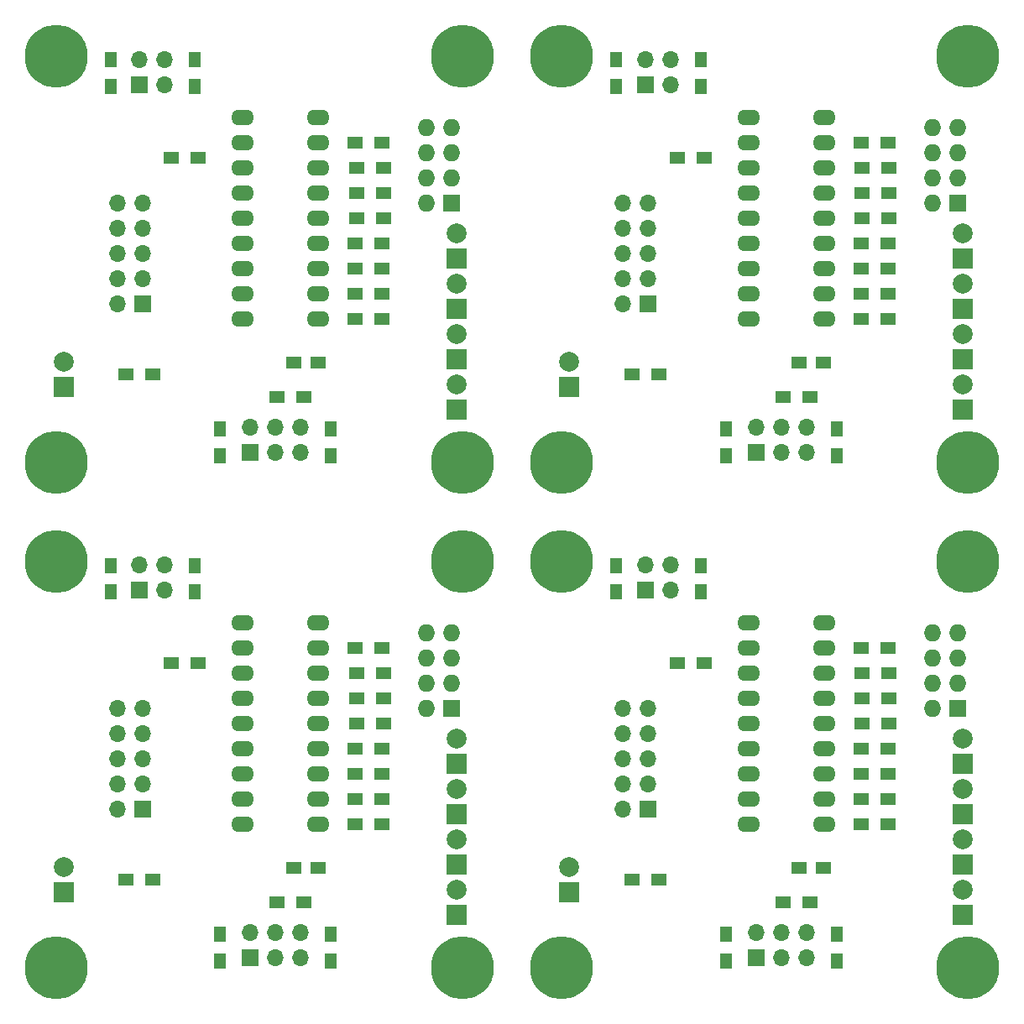
<source format=gts>
%MOIN*%
%OFA0B0*%
%FSLAX46Y46*%
%IPPOS*%
%LPD*%
%ADD10R,0.051181102362204731X0.059055118110236227*%
%ADD11R,0.059055118110236227X0.051181102362204731*%
%ADD12O,0.0905511811023622X0.062992125984251982*%
%ADD13R,0.059055118110236227X0.049212598425196853*%
%ADD14R,0.068X0.068*%
%ADD15O,0.068X0.068*%
%ADD16R,0.07874015748031496X0.07874015748031496*%
%ADD17C,0.07874015748031496*%
%ADD18C,0.25*%
%ADD19R,0.066929133858267723X0.066929133858267723*%
%ADD20O,0.066929133858267723X0.066929133858267723*%
%ADD31R,0.051181102362204731X0.059055118110236227*%
%ADD32R,0.059055118110236227X0.051181102362204731*%
%ADD33O,0.0905511811023622X0.062992125984251982*%
%ADD34R,0.059055118110236227X0.049212598425196853*%
%ADD35R,0.068X0.068*%
%ADD36O,0.068X0.068*%
%ADD37R,0.07874015748031496X0.07874015748031496*%
%ADD38C,0.07874015748031496*%
%ADD39C,0.25*%
%ADD40R,0.066929133858267723X0.066929133858267723*%
%ADD41O,0.066929133858267723X0.066929133858267723*%
%ADD42R,0.051181102362204731X0.059055118110236227*%
%ADD43R,0.059055118110236227X0.051181102362204731*%
%ADD44O,0.0905511811023622X0.062992125984251982*%
%ADD45R,0.059055118110236227X0.049212598425196853*%
%ADD46R,0.068X0.068*%
%ADD47O,0.068X0.068*%
%ADD48R,0.07874015748031496X0.07874015748031496*%
%ADD49C,0.07874015748031496*%
%ADD50C,0.25*%
%ADD51R,0.066929133858267723X0.066929133858267723*%
%ADD52O,0.066929133858267723X0.066929133858267723*%
%ADD53R,0.051181102362204731X0.059055118110236227*%
%ADD54R,0.059055118110236227X0.051181102362204731*%
%ADD55O,0.0905511811023622X0.062992125984251982*%
%ADD56R,0.059055118110236227X0.049212598425196853*%
%ADD57R,0.068X0.068*%
%ADD58O,0.068X0.068*%
%ADD59R,0.07874015748031496X0.07874015748031496*%
%ADD60C,0.07874015748031496*%
%ADD61C,0.25*%
%ADD62R,0.066929133858267723X0.066929133858267723*%
%ADD63O,0.066929133858267723X0.066929133858267723*%
G01*
D10*
X0000000000Y0001929133D02*
X0000810000Y0000185984D03*
X0000810000Y0000292283D03*
D11*
X0001143149Y0000419133D03*
X0001036850Y0000419133D03*
D10*
X0001250000Y0000185984D03*
X0001250000Y0000292283D03*
X0000375000Y0001650984D03*
X0000375000Y0001757283D03*
X0000710000Y0001650984D03*
X0000710000Y0001757283D03*
D11*
X0000436850Y0000509133D03*
X0000543149Y0000509133D03*
X0001346850Y0001429133D03*
X0001453149Y0001429133D03*
X0001351850Y0001329133D03*
X0001458149Y0001329133D03*
X0001351850Y0001229133D03*
X0001458149Y0001229133D03*
X0001351850Y0001129133D03*
X0001458149Y0001129133D03*
X0001453149Y0001029133D03*
X0001346850Y0001029133D03*
X0001453149Y0000929133D03*
X0001346850Y0000929133D03*
X0001453149Y0000829133D03*
X0001346850Y0000829133D03*
X0001453149Y0000729133D03*
X0001346850Y0000729133D03*
D12*
X0000900000Y0001529133D03*
X0000900000Y0001429133D03*
X0000900000Y0001329133D03*
X0000900000Y0001229133D03*
X0000900000Y0001129133D03*
X0000900000Y0001029133D03*
X0000900000Y0000929133D03*
X0000900000Y0000829133D03*
X0000900000Y0000729133D03*
X0001200000Y0000729133D03*
X0001200000Y0000829133D03*
X0001200000Y0000929133D03*
X0001200000Y0001029133D03*
X0001200000Y0001129133D03*
X0001200000Y0001229133D03*
X0001200000Y0001329133D03*
X0001200000Y0001429133D03*
X0001200000Y0001529133D03*
D11*
X0000616850Y0001369133D03*
X0000723149Y0001369133D03*
D13*
X0001100787Y0000554133D03*
X0001199212Y0000554133D03*
D14*
X0001730000Y0001189133D03*
D15*
X0001630000Y0001189133D03*
X0001730000Y0001289133D03*
X0001630000Y0001289133D03*
X0001730000Y0001389133D03*
X0001630000Y0001389133D03*
X0001730000Y0001489133D03*
X0001630000Y0001489133D03*
D16*
X0001750000Y0000367952D03*
D17*
X0001750000Y0000467952D03*
D16*
X0001750000Y0000567952D03*
D17*
X0001750000Y0000667952D03*
D16*
X0001750000Y0000767952D03*
D17*
X0001750000Y0000867952D03*
D16*
X0001750000Y0000969133D03*
D17*
X0001750000Y0001069133D03*
D16*
X0000188031Y0000457952D03*
D17*
X0000188031Y0000557952D03*
D18*
X0001771653Y0000157480D03*
D19*
X0000489803Y0001658937D03*
D20*
X0000489803Y0001758937D03*
X0000589803Y0001658937D03*
X0000589803Y0001758937D03*
D19*
X0000502440Y0000789330D03*
D20*
X0000402440Y0000789330D03*
X0000502440Y0000889330D03*
X0000402440Y0000889330D03*
X0000502440Y0000989330D03*
X0000402440Y0000989330D03*
X0000502440Y0001089330D03*
X0000402440Y0001089330D03*
X0000502440Y0001189330D03*
X0000402440Y0001189330D03*
D19*
X0000930000Y0000199133D03*
D20*
X0000930000Y0000299133D03*
X0001030000Y0000199133D03*
X0001030000Y0000299133D03*
X0001130000Y0000199133D03*
X0001130000Y0000299133D03*
D18*
X0000157480Y0001771653D03*
X0001771653Y0001771653D03*
X0000157480Y0000157480D03*
G04 next file*
G04 Gerber Fmt 4.6, Leading zero omitted, Abs format (unit mm)*
G04 Created by KiCad (PCBNEW (6.0.1)) date 2022-06-03 07:52:11*
G01*
G04 APERTURE LIST*
G04 APERTURE END LIST*
D31*
X0002007874Y0001929133D02*
X0002817874Y0000185984D03*
X0002817874Y0000292283D03*
D32*
X0003151023Y0000419133D03*
X0003044724Y0000419133D03*
D31*
X0003257874Y0000185984D03*
X0003257874Y0000292283D03*
X0002382874Y0001650984D03*
X0002382874Y0001757283D03*
X0002717873Y0001650984D03*
X0002717873Y0001757283D03*
D32*
X0002444724Y0000509133D03*
X0002551023Y0000509133D03*
X0003354724Y0001429133D03*
X0003461023Y0001429133D03*
X0003359724Y0001329133D03*
X0003466023Y0001329133D03*
X0003359724Y0001229133D03*
X0003466023Y0001229133D03*
X0003359724Y0001129133D03*
X0003466023Y0001129133D03*
X0003461023Y0001029133D03*
X0003354724Y0001029133D03*
X0003461023Y0000929133D03*
X0003354724Y0000929133D03*
X0003461023Y0000829133D03*
X0003354724Y0000829133D03*
X0003461023Y0000729133D03*
X0003354724Y0000729133D03*
D33*
X0002907874Y0001529133D03*
X0002907874Y0001429133D03*
X0002907874Y0001329133D03*
X0002907874Y0001229133D03*
X0002907874Y0001129133D03*
X0002907874Y0001029133D03*
X0002907874Y0000929133D03*
X0002907874Y0000829133D03*
X0002907874Y0000729133D03*
X0003207874Y0000729133D03*
X0003207874Y0000829133D03*
X0003207874Y0000929133D03*
X0003207874Y0001029133D03*
X0003207874Y0001129133D03*
X0003207874Y0001229133D03*
X0003207874Y0001329133D03*
X0003207874Y0001429133D03*
X0003207874Y0001529133D03*
D32*
X0002624724Y0001369133D03*
X0002731023Y0001369133D03*
D34*
X0003108661Y0000554133D03*
X0003207086Y0000554133D03*
D35*
X0003737874Y0001189133D03*
D36*
X0003637874Y0001189133D03*
X0003737874Y0001289133D03*
X0003637874Y0001289133D03*
X0003737874Y0001389133D03*
X0003637874Y0001389133D03*
X0003737874Y0001489133D03*
X0003637874Y0001489133D03*
D37*
X0003757874Y0000367952D03*
D38*
X0003757874Y0000467952D03*
D37*
X0003757874Y0000567952D03*
D38*
X0003757874Y0000667952D03*
D37*
X0003757874Y0000767952D03*
D38*
X0003757874Y0000867952D03*
D37*
X0003757874Y0000969133D03*
D38*
X0003757874Y0001069133D03*
D37*
X0002195905Y0000457952D03*
D38*
X0002195905Y0000557952D03*
D39*
X0003779527Y0000157480D03*
D40*
X0002497677Y0001658937D03*
D41*
X0002497677Y0001758937D03*
X0002597677Y0001658937D03*
X0002597677Y0001758937D03*
D40*
X0002510314Y0000789330D03*
D41*
X0002410314Y0000789330D03*
X0002510314Y0000889330D03*
X0002410314Y0000889330D03*
X0002510314Y0000989330D03*
X0002410314Y0000989330D03*
X0002510314Y0001089330D03*
X0002410314Y0001089330D03*
X0002510314Y0001189330D03*
X0002410314Y0001189330D03*
D40*
X0002937874Y0000199133D03*
D41*
X0002937874Y0000299133D03*
X0003037874Y0000199133D03*
X0003037874Y0000299133D03*
X0003137874Y0000199133D03*
X0003137874Y0000299133D03*
D39*
X0002165354Y0001771653D03*
X0003779527Y0001771653D03*
X0002165354Y0000157480D03*
G04 next file*
G04 Gerber Fmt 4.6, Leading zero omitted, Abs format (unit mm)*
G04 Created by KiCad (PCBNEW (6.0.1)) date 2022-06-03 07:52:11*
G01*
G04 APERTURE LIST*
G04 APERTURE END LIST*
D42*
X0000000000Y0003937007D02*
X0000810000Y0002193858D03*
X0000810000Y0002300157D03*
D43*
X0001143149Y0002427007D03*
X0001036850Y0002427007D03*
D42*
X0001250000Y0002193858D03*
X0001250000Y0002300157D03*
X0000375000Y0003658858D03*
X0000375000Y0003765157D03*
X0000710000Y0003658858D03*
X0000710000Y0003765157D03*
D43*
X0000436850Y0002517007D03*
X0000543149Y0002517007D03*
X0001346850Y0003437007D03*
X0001453149Y0003437007D03*
X0001351850Y0003337007D03*
X0001458149Y0003337007D03*
X0001351850Y0003237007D03*
X0001458149Y0003237007D03*
X0001351850Y0003137007D03*
X0001458149Y0003137007D03*
X0001453149Y0003037007D03*
X0001346850Y0003037007D03*
X0001453149Y0002937007D03*
X0001346850Y0002937007D03*
X0001453149Y0002837007D03*
X0001346850Y0002837007D03*
X0001453149Y0002737007D03*
X0001346850Y0002737007D03*
D44*
X0000900000Y0003537007D03*
X0000900000Y0003437007D03*
X0000900000Y0003337007D03*
X0000900000Y0003237007D03*
X0000900000Y0003137007D03*
X0000900000Y0003037007D03*
X0000900000Y0002937007D03*
X0000900000Y0002837007D03*
X0000900000Y0002737007D03*
X0001200000Y0002737007D03*
X0001200000Y0002837007D03*
X0001200000Y0002937007D03*
X0001200000Y0003037007D03*
X0001200000Y0003137007D03*
X0001200000Y0003237007D03*
X0001200000Y0003337007D03*
X0001200000Y0003437007D03*
X0001200000Y0003537007D03*
D43*
X0000616850Y0003377007D03*
X0000723149Y0003377007D03*
D45*
X0001100787Y0002562007D03*
X0001199212Y0002562007D03*
D46*
X0001730000Y0003197007D03*
D47*
X0001630000Y0003197007D03*
X0001730000Y0003297007D03*
X0001630000Y0003297007D03*
X0001730000Y0003397007D03*
X0001630000Y0003397007D03*
X0001730000Y0003497007D03*
X0001630000Y0003497007D03*
D48*
X0001750000Y0002375826D03*
D49*
X0001750000Y0002475826D03*
D48*
X0001750000Y0002575826D03*
D49*
X0001750000Y0002675826D03*
D48*
X0001750000Y0002775826D03*
D49*
X0001750000Y0002875826D03*
D48*
X0001750000Y0002977007D03*
D49*
X0001750000Y0003077007D03*
D48*
X0000188031Y0002465826D03*
D49*
X0000188031Y0002565826D03*
D50*
X0001771653Y0002165354D03*
D51*
X0000489803Y0003666811D03*
D52*
X0000489803Y0003766810D03*
X0000589803Y0003666811D03*
X0000589803Y0003766810D03*
D51*
X0000502440Y0002797204D03*
D52*
X0000402440Y0002797204D03*
X0000502440Y0002897204D03*
X0000402440Y0002897204D03*
X0000502440Y0002997204D03*
X0000402440Y0002997204D03*
X0000502440Y0003097204D03*
X0000402440Y0003097204D03*
X0000502440Y0003197204D03*
X0000402440Y0003197204D03*
D51*
X0000930000Y0002207007D03*
D52*
X0000930000Y0002307007D03*
X0001030000Y0002207007D03*
X0001030000Y0002307007D03*
X0001130000Y0002207007D03*
X0001130000Y0002307007D03*
D50*
X0000157480Y0003779527D03*
X0001771653Y0003779527D03*
X0000157480Y0002165354D03*
G04 next file*
G04 Gerber Fmt 4.6, Leading zero omitted, Abs format (unit mm)*
G04 Created by KiCad (PCBNEW (6.0.1)) date 2022-06-03 07:52:11*
G01*
G04 APERTURE LIST*
G04 APERTURE END LIST*
D53*
X0002007874Y0003937007D02*
X0002817874Y0002193858D03*
X0002817874Y0002300157D03*
D54*
X0003151023Y0002427007D03*
X0003044724Y0002427007D03*
D53*
X0003257874Y0002193858D03*
X0003257874Y0002300157D03*
X0002382874Y0003658858D03*
X0002382874Y0003765157D03*
X0002717873Y0003658858D03*
X0002717873Y0003765157D03*
D54*
X0002444724Y0002517007D03*
X0002551023Y0002517007D03*
X0003354724Y0003437007D03*
X0003461023Y0003437007D03*
X0003359724Y0003337007D03*
X0003466023Y0003337007D03*
X0003359724Y0003237007D03*
X0003466023Y0003237007D03*
X0003359724Y0003137007D03*
X0003466023Y0003137007D03*
X0003461023Y0003037007D03*
X0003354724Y0003037007D03*
X0003461023Y0002937007D03*
X0003354724Y0002937007D03*
X0003461023Y0002837007D03*
X0003354724Y0002837007D03*
X0003461023Y0002737007D03*
X0003354724Y0002737007D03*
D55*
X0002907874Y0003537007D03*
X0002907874Y0003437007D03*
X0002907874Y0003337007D03*
X0002907874Y0003237007D03*
X0002907874Y0003137007D03*
X0002907874Y0003037007D03*
X0002907874Y0002937007D03*
X0002907874Y0002837007D03*
X0002907874Y0002737007D03*
X0003207874Y0002737007D03*
X0003207874Y0002837007D03*
X0003207874Y0002937007D03*
X0003207874Y0003037007D03*
X0003207874Y0003137007D03*
X0003207874Y0003237007D03*
X0003207874Y0003337007D03*
X0003207874Y0003437007D03*
X0003207874Y0003537007D03*
D54*
X0002624724Y0003377007D03*
X0002731023Y0003377007D03*
D56*
X0003108661Y0002562007D03*
X0003207086Y0002562007D03*
D57*
X0003737874Y0003197007D03*
D58*
X0003637874Y0003197007D03*
X0003737874Y0003297007D03*
X0003637874Y0003297007D03*
X0003737874Y0003397007D03*
X0003637874Y0003397007D03*
X0003737874Y0003497007D03*
X0003637874Y0003497007D03*
D59*
X0003757874Y0002375826D03*
D60*
X0003757874Y0002475826D03*
D59*
X0003757874Y0002575826D03*
D60*
X0003757874Y0002675826D03*
D59*
X0003757874Y0002775826D03*
D60*
X0003757874Y0002875826D03*
D59*
X0003757874Y0002977007D03*
D60*
X0003757874Y0003077007D03*
D59*
X0002195905Y0002465826D03*
D60*
X0002195905Y0002565826D03*
D61*
X0003779527Y0002165354D03*
D62*
X0002497677Y0003666811D03*
D63*
X0002497677Y0003766810D03*
X0002597677Y0003666811D03*
X0002597677Y0003766810D03*
D62*
X0002510314Y0002797204D03*
D63*
X0002410314Y0002797204D03*
X0002510314Y0002897204D03*
X0002410314Y0002897204D03*
X0002510314Y0002997204D03*
X0002410314Y0002997204D03*
X0002510314Y0003097204D03*
X0002410314Y0003097204D03*
X0002510314Y0003197204D03*
X0002410314Y0003197204D03*
D62*
X0002937874Y0002207007D03*
D63*
X0002937874Y0002307007D03*
X0003037874Y0002207007D03*
X0003037874Y0002307007D03*
X0003137874Y0002207007D03*
X0003137874Y0002307007D03*
D61*
X0002165354Y0003779527D03*
X0003779527Y0003779527D03*
X0002165354Y0002165354D03*
M02*
</source>
